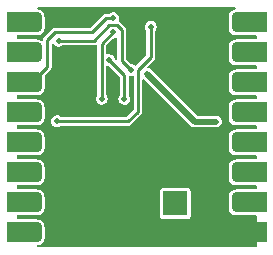
<source format=gbr>
%TF.GenerationSoftware,KiCad,Pcbnew,7.0.2-0*%
%TF.CreationDate,2023-05-31T14:29:30-07:00*%
%TF.ProjectId,SolaraCell,536f6c61-7261-4436-956c-6c2e6b696361,rev?*%
%TF.SameCoordinates,Original*%
%TF.FileFunction,Copper,L2,Bot*%
%TF.FilePolarity,Positive*%
%FSLAX46Y46*%
G04 Gerber Fmt 4.6, Leading zero omitted, Abs format (unit mm)*
G04 Created by KiCad (PCBNEW 7.0.2-0) date 2023-05-31 14:29:30*
%MOMM*%
%LPD*%
G01*
G04 APERTURE LIST*
G04 Aperture macros list*
%AMFreePoly0*
4,1,15,-0.850000,0.850000,0.850000,0.850000,0.850000,-0.425000,0.829199,-0.556332,0.768832,-0.674809,0.674809,-0.768832,0.556332,-0.829199,0.425000,-0.850000,-0.425000,-0.850000,-0.556332,-0.829199,-0.674809,-0.768832,-0.768832,-0.674809,-0.829199,-0.556332,-0.850000,-0.425000,-0.850000,0.850000,-0.850000,0.850000,$1*%
G04 Aperture macros list end*
%TA.AperFunction,ComponentPad*%
%ADD10R,1.700000X1.700000*%
%TD*%
%TA.AperFunction,ComponentPad*%
%ADD11FreePoly0,270.000000*%
%TD*%
%TA.AperFunction,ComponentPad*%
%ADD12FreePoly0,90.000000*%
%TD*%
%TA.AperFunction,ComponentPad*%
%ADD13R,2.100000X2.100000*%
%TD*%
%TA.AperFunction,ComponentPad*%
%ADD14C,2.100000*%
%TD*%
%TA.AperFunction,ViaPad*%
%ADD15C,0.500000*%
%TD*%
%TA.AperFunction,Conductor*%
%ADD16C,0.500000*%
%TD*%
%TA.AperFunction,Conductor*%
%ADD17C,0.250000*%
%TD*%
G04 APERTURE END LIST*
D10*
%TO.P,REF\u002A\u002A,1*%
%TO.N,N/C*%
X139700000Y-68580000D03*
D11*
X138430000Y-68580000D03*
%TD*%
D10*
%TO.P,REF\u002A\u002A,1*%
%TO.N,N/C*%
X139700000Y-76200000D03*
D11*
X138430000Y-76200000D03*
%TD*%
D10*
%TO.P,REF\u002A\u002A,1*%
%TO.N,N/C*%
X119380000Y-78740000D03*
D12*
X120650000Y-78740000D03*
%TD*%
D10*
%TO.P,REF\u002A\u002A,1*%
%TO.N,N/C*%
X119380000Y-76200000D03*
D12*
X120650000Y-76200000D03*
%TD*%
D10*
%TO.P,J6,1,Pin_1*%
%TO.N,GND*%
X139700000Y-78740000D03*
D11*
X138430000Y-78740000D03*
%TD*%
D10*
%TO.P,REF\u002A\u002A,1*%
%TO.N,N/C*%
X119380000Y-73660000D03*
D12*
X120650000Y-73660000D03*
%TD*%
D10*
%TO.P,J7,1,Pin_1*%
%TO.N,BQ_OUT*%
X119380000Y-66040000D03*
D12*
X120650000Y-66040000D03*
%TD*%
D10*
%TO.P,REF\u002A\u002A,1*%
%TO.N,N/C*%
X139700000Y-66040000D03*
D11*
X138430000Y-66040000D03*
%TD*%
D13*
%TO.P,J1,1,Pin_1*%
%TO.N,/SOLAR+*%
X132811970Y-76285747D03*
D14*
%TO.P,J1,2,Pin_2*%
%TO.N,GND*%
X135351970Y-76285747D03*
%TD*%
D10*
%TO.P,REF\u002A\u002A,1*%
%TO.N,N/C*%
X139700000Y-71120000D03*
D11*
X138430000Y-71120000D03*
%TD*%
D10*
%TO.P,J14,1,Pin_1*%
%TO.N,/CE*%
X119380000Y-60960000D03*
D12*
X120650000Y-60960000D03*
%TD*%
D10*
%TO.P,J3,1,Pin_1*%
%TO.N,/SOLAR+*%
X139700000Y-73660000D03*
D11*
X138430000Y-73660000D03*
%TD*%
D10*
%TO.P,REF\u002A\u002A,1*%
%TO.N,N/C*%
X119380000Y-63500000D03*
D12*
X120650000Y-63500000D03*
%TD*%
D10*
%TO.P,REF\u002A\u002A,1*%
%TO.N,N/C*%
X139700000Y-63500000D03*
D11*
X138430000Y-63500000D03*
%TD*%
D10*
%TO.P,J4,1,Pin_1*%
%TO.N,VLIPO*%
X119380000Y-68580000D03*
D12*
X120650000Y-68580000D03*
%TD*%
D10*
%TO.P,REF\u002A\u002A,1*%
%TO.N,N/C*%
X119380000Y-71120000D03*
D12*
X120650000Y-71120000D03*
%TD*%
D10*
%TO.P,J5,1,Pin_1*%
%TO.N,/THERM*%
X139700000Y-60960000D03*
D11*
X138430000Y-60960000D03*
%TD*%
D15*
%TO.N,GND*%
X123952000Y-70637400D03*
%TO.N,VBUS*%
X130403600Y-65303400D03*
X136255278Y-69347487D03*
%TO.N,GND*%
X129263204Y-63141796D03*
X136398000Y-60555500D03*
X122936000Y-60682500D03*
X127228600Y-63119000D03*
%TO.N,VLIPO*%
X122809065Y-69333653D03*
X130730759Y-61338592D03*
%TO.N,Net-(D2-K)*%
X128511986Y-67433653D03*
X127203200Y-64135000D03*
%TO.N,Net-(D3-K)*%
X127533400Y-61798200D03*
X126581534Y-67424529D03*
%TO.N,BQ_OUT*%
X127558800Y-60604400D03*
%TO.N,Net-(U1-ILIM)*%
X122936000Y-62507500D03*
X129082800Y-64998600D03*
%TD*%
D16*
%TO.N,VBUS*%
X134447687Y-69347487D02*
X130403600Y-65303400D01*
X136255278Y-69347487D02*
X134447687Y-69347487D01*
D17*
%TO.N,VLIPO*%
X128837147Y-69333653D02*
X122809065Y-69333653D01*
X129667000Y-64947800D02*
X129667000Y-68503800D01*
X130730759Y-63884041D02*
X129667000Y-64947800D01*
X129667000Y-68503800D02*
X128837147Y-69333653D01*
X130730759Y-61338592D02*
X130730759Y-63884041D01*
%TO.N,Net-(D2-K)*%
X128511986Y-65443786D02*
X127203200Y-64135000D01*
X128511986Y-67433653D02*
X128511986Y-65443786D01*
%TO.N,Net-(D3-K)*%
X126581534Y-62750066D02*
X127533400Y-61798200D01*
X126581534Y-67424529D02*
X126581534Y-62750066D01*
%TO.N,BQ_OUT*%
X121970800Y-62458600D02*
X122656600Y-61772800D01*
X126974600Y-60604400D02*
X127558800Y-60604400D01*
X121970800Y-64719200D02*
X121970800Y-62458600D01*
X125806200Y-61772800D02*
X126974600Y-60604400D01*
X120650000Y-66040000D02*
X121970800Y-64719200D01*
X122656600Y-61772800D02*
X125806200Y-61772800D01*
%TO.N,Net-(U1-ILIM)*%
X122936000Y-62507500D02*
X125909700Y-62507500D01*
X127863600Y-61214000D02*
X128270000Y-61620400D01*
X125909700Y-62507500D02*
X127203200Y-61214000D01*
X127203200Y-61214000D02*
X127863600Y-61214000D01*
X128270000Y-64185800D02*
X129082800Y-64998600D01*
X128270000Y-61620400D02*
X128270000Y-64185800D01*
%TD*%
%TA.AperFunction,Conductor*%
%TO.N,GND*%
G36*
X137958069Y-59710737D02*
G01*
X137987654Y-59761979D01*
X137977379Y-59820250D01*
X137932053Y-59858283D01*
X137910297Y-59863144D01*
X137898309Y-59864234D01*
X137882341Y-59865685D01*
X137725729Y-59914487D01*
X137585349Y-59999349D01*
X137469349Y-60115349D01*
X137384487Y-60255729D01*
X137335685Y-60412341D01*
X137335684Y-60412343D01*
X137335685Y-60412343D01*
X137329500Y-60480406D01*
X137329500Y-61439594D01*
X137329676Y-61441541D01*
X137329677Y-61441542D01*
X137335685Y-61507658D01*
X137384487Y-61664270D01*
X137469349Y-61804650D01*
X137585349Y-61920650D01*
X137725729Y-62005512D01*
X137796623Y-62027603D01*
X137882343Y-62054315D01*
X137950406Y-62060500D01*
X138825326Y-62060500D01*
X139613000Y-62060500D01*
X139668601Y-62080737D01*
X139698186Y-62131979D01*
X139699500Y-62147000D01*
X139699500Y-62313000D01*
X139679263Y-62368601D01*
X139628021Y-62398186D01*
X139613000Y-62399500D01*
X139304674Y-62399500D01*
X137950406Y-62399500D01*
X137948459Y-62399676D01*
X137948457Y-62399677D01*
X137882341Y-62405685D01*
X137725729Y-62454487D01*
X137585349Y-62539349D01*
X137469349Y-62655349D01*
X137384487Y-62795729D01*
X137335685Y-62952341D01*
X137335684Y-62952343D01*
X137335685Y-62952343D01*
X137329500Y-63020406D01*
X137329500Y-63979594D01*
X137329676Y-63981541D01*
X137329677Y-63981542D01*
X137335685Y-64047658D01*
X137384487Y-64204270D01*
X137469349Y-64344650D01*
X137585349Y-64460650D01*
X137725729Y-64545512D01*
X137783975Y-64563662D01*
X137882343Y-64594315D01*
X137950406Y-64600500D01*
X138825326Y-64600500D01*
X139613000Y-64600500D01*
X139668601Y-64620737D01*
X139698186Y-64671979D01*
X139699500Y-64687000D01*
X139699500Y-64853000D01*
X139679263Y-64908601D01*
X139628021Y-64938186D01*
X139613000Y-64939500D01*
X139304674Y-64939500D01*
X137950406Y-64939500D01*
X137948459Y-64939676D01*
X137948457Y-64939677D01*
X137882341Y-64945685D01*
X137725729Y-64994487D01*
X137585349Y-65079349D01*
X137469349Y-65195349D01*
X137384487Y-65335729D01*
X137335685Y-65492341D01*
X137335684Y-65492343D01*
X137335685Y-65492343D01*
X137329500Y-65560406D01*
X137329500Y-66519594D01*
X137329676Y-66521541D01*
X137329677Y-66521542D01*
X137335685Y-66587658D01*
X137384487Y-66744270D01*
X137469349Y-66884650D01*
X137585349Y-67000650D01*
X137725729Y-67085512D01*
X137796623Y-67107603D01*
X137882343Y-67134315D01*
X137950406Y-67140500D01*
X138825326Y-67140500D01*
X139613000Y-67140500D01*
X139668601Y-67160737D01*
X139698186Y-67211979D01*
X139699500Y-67227000D01*
X139699500Y-67393000D01*
X139679263Y-67448601D01*
X139628021Y-67478186D01*
X139613000Y-67479500D01*
X139304674Y-67479500D01*
X137950406Y-67479500D01*
X137948459Y-67479676D01*
X137948457Y-67479677D01*
X137882341Y-67485685D01*
X137725729Y-67534487D01*
X137585349Y-67619349D01*
X137469349Y-67735349D01*
X137384487Y-67875729D01*
X137335685Y-68032341D01*
X137335684Y-68032343D01*
X137335685Y-68032343D01*
X137329500Y-68100406D01*
X137329500Y-69059594D01*
X137329676Y-69061541D01*
X137329677Y-69061542D01*
X137335685Y-69127658D01*
X137384487Y-69284270D01*
X137469349Y-69424650D01*
X137585349Y-69540650D01*
X137725729Y-69625512D01*
X137783484Y-69643509D01*
X137882343Y-69674315D01*
X137950406Y-69680500D01*
X138825326Y-69680500D01*
X139613000Y-69680500D01*
X139668601Y-69700737D01*
X139698186Y-69751979D01*
X139699500Y-69767000D01*
X139699500Y-69933000D01*
X139679263Y-69988601D01*
X139628021Y-70018186D01*
X139613000Y-70019500D01*
X139304674Y-70019500D01*
X137950406Y-70019500D01*
X137948459Y-70019676D01*
X137948457Y-70019677D01*
X137882341Y-70025685D01*
X137725729Y-70074487D01*
X137585349Y-70159349D01*
X137469349Y-70275349D01*
X137384487Y-70415729D01*
X137335685Y-70572341D01*
X137335684Y-70572343D01*
X137335685Y-70572343D01*
X137329500Y-70640406D01*
X137329500Y-71599594D01*
X137329676Y-71601541D01*
X137329677Y-71601542D01*
X137335685Y-71667658D01*
X137384487Y-71824270D01*
X137469349Y-71964650D01*
X137585349Y-72080650D01*
X137725729Y-72165512D01*
X137796623Y-72187603D01*
X137882343Y-72214315D01*
X137950406Y-72220500D01*
X138825326Y-72220500D01*
X139613000Y-72220500D01*
X139668601Y-72240737D01*
X139698186Y-72291979D01*
X139699500Y-72307000D01*
X139699500Y-72473000D01*
X139679263Y-72528601D01*
X139628021Y-72558186D01*
X139613000Y-72559500D01*
X139304674Y-72559500D01*
X137950406Y-72559500D01*
X137948459Y-72559676D01*
X137948457Y-72559677D01*
X137882341Y-72565685D01*
X137725729Y-72614487D01*
X137585349Y-72699349D01*
X137469349Y-72815349D01*
X137384487Y-72955729D01*
X137335685Y-73112341D01*
X137335684Y-73112343D01*
X137335685Y-73112343D01*
X137329500Y-73180406D01*
X137329500Y-74139594D01*
X137329676Y-74141541D01*
X137329677Y-74141542D01*
X137335685Y-74207658D01*
X137384487Y-74364270D01*
X137469349Y-74504650D01*
X137585349Y-74620650D01*
X137725729Y-74705512D01*
X137796623Y-74727603D01*
X137882343Y-74754315D01*
X137950406Y-74760500D01*
X138825326Y-74760500D01*
X139613000Y-74760500D01*
X139668601Y-74780737D01*
X139698186Y-74831979D01*
X139699500Y-74847000D01*
X139699500Y-75013000D01*
X139679263Y-75068601D01*
X139628021Y-75098186D01*
X139613000Y-75099500D01*
X139304674Y-75099500D01*
X137950406Y-75099500D01*
X137948459Y-75099676D01*
X137948457Y-75099677D01*
X137882341Y-75105685D01*
X137725729Y-75154487D01*
X137585349Y-75239349D01*
X137469349Y-75355349D01*
X137384487Y-75495729D01*
X137335685Y-75652341D01*
X137335684Y-75652343D01*
X137335685Y-75652343D01*
X137329500Y-75720406D01*
X137329500Y-76679594D01*
X137329676Y-76681541D01*
X137329677Y-76681542D01*
X137335685Y-76747658D01*
X137384487Y-76904270D01*
X137469349Y-77044650D01*
X137585349Y-77160650D01*
X137725729Y-77245512D01*
X137796623Y-77267603D01*
X137882343Y-77294315D01*
X137950406Y-77300500D01*
X138825326Y-77300500D01*
X139613000Y-77300500D01*
X139668601Y-77320737D01*
X139698186Y-77371979D01*
X139699500Y-77387000D01*
X139699500Y-79923000D01*
X139679263Y-79978601D01*
X139628021Y-80008186D01*
X139613000Y-80009500D01*
X121177532Y-80009500D01*
X121121931Y-79989263D01*
X121092346Y-79938021D01*
X121102621Y-79879750D01*
X121147947Y-79841717D01*
X121169702Y-79836855D01*
X121197657Y-79834315D01*
X121354270Y-79785512D01*
X121494653Y-79700648D01*
X121610648Y-79584653D01*
X121695512Y-79444270D01*
X121744315Y-79287657D01*
X121750500Y-79219594D01*
X121750500Y-78260406D01*
X121744315Y-78192343D01*
X121695512Y-78035730D01*
X121695512Y-78035729D01*
X121610650Y-77895349D01*
X121494650Y-77779349D01*
X121354270Y-77694487D01*
X121197658Y-77645685D01*
X121131542Y-77639677D01*
X121131541Y-77639676D01*
X121129594Y-77639500D01*
X121127638Y-77639500D01*
X119467000Y-77639500D01*
X119411399Y-77619263D01*
X119381814Y-77568021D01*
X119380500Y-77553000D01*
X119380500Y-77387000D01*
X119390174Y-77360421D01*
X131511470Y-77360421D01*
X131526004Y-77433487D01*
X131581369Y-77516348D01*
X131664230Y-77571713D01*
X131737296Y-77586247D01*
X131737297Y-77586247D01*
X133886643Y-77586247D01*
X133886644Y-77586247D01*
X133959710Y-77571713D01*
X134042571Y-77516348D01*
X134097936Y-77433487D01*
X134112470Y-77360421D01*
X134112470Y-75211073D01*
X134097936Y-75138007D01*
X134042571Y-75055146D01*
X133959710Y-74999781D01*
X133886644Y-74985247D01*
X131737296Y-74985247D01*
X131664230Y-74999781D01*
X131581369Y-75055146D01*
X131526004Y-75138007D01*
X131511470Y-75211073D01*
X131511470Y-77360421D01*
X119390174Y-77360421D01*
X119400737Y-77331399D01*
X119451979Y-77301814D01*
X119467000Y-77300500D01*
X121127638Y-77300500D01*
X121129594Y-77300500D01*
X121197657Y-77294315D01*
X121354270Y-77245512D01*
X121494653Y-77160648D01*
X121610648Y-77044653D01*
X121695512Y-76904270D01*
X121744315Y-76747657D01*
X121750500Y-76679594D01*
X121750500Y-75720406D01*
X121744315Y-75652343D01*
X121695512Y-75495730D01*
X121695512Y-75495729D01*
X121610650Y-75355349D01*
X121494650Y-75239349D01*
X121354270Y-75154487D01*
X121197658Y-75105685D01*
X121131542Y-75099677D01*
X121131541Y-75099676D01*
X121129594Y-75099500D01*
X121127638Y-75099500D01*
X119467000Y-75099500D01*
X119411399Y-75079263D01*
X119381814Y-75028021D01*
X119380500Y-75013000D01*
X119380500Y-74847000D01*
X119400737Y-74791399D01*
X119451979Y-74761814D01*
X119467000Y-74760500D01*
X121127638Y-74760500D01*
X121129594Y-74760500D01*
X121197657Y-74754315D01*
X121354270Y-74705512D01*
X121494653Y-74620648D01*
X121610648Y-74504653D01*
X121695512Y-74364270D01*
X121744315Y-74207657D01*
X121750500Y-74139594D01*
X121750500Y-73180406D01*
X121744315Y-73112343D01*
X121695512Y-72955730D01*
X121695512Y-72955729D01*
X121610650Y-72815349D01*
X121494650Y-72699349D01*
X121354270Y-72614487D01*
X121197658Y-72565685D01*
X121131542Y-72559677D01*
X121131541Y-72559676D01*
X121129594Y-72559500D01*
X121127638Y-72559500D01*
X119467000Y-72559500D01*
X119411399Y-72539263D01*
X119381814Y-72488021D01*
X119380500Y-72473000D01*
X119380500Y-72307000D01*
X119400737Y-72251399D01*
X119451979Y-72221814D01*
X119467000Y-72220500D01*
X121127638Y-72220500D01*
X121129594Y-72220500D01*
X121197657Y-72214315D01*
X121354270Y-72165512D01*
X121494653Y-72080648D01*
X121610648Y-71964653D01*
X121695512Y-71824270D01*
X121744315Y-71667657D01*
X121750500Y-71599594D01*
X121750500Y-70640406D01*
X121744315Y-70572343D01*
X121695512Y-70415730D01*
X121695512Y-70415729D01*
X121610650Y-70275349D01*
X121494650Y-70159349D01*
X121354270Y-70074487D01*
X121197658Y-70025685D01*
X121131542Y-70019677D01*
X121131541Y-70019676D01*
X121129594Y-70019500D01*
X121127638Y-70019500D01*
X119467000Y-70019500D01*
X119411399Y-69999263D01*
X119381814Y-69948021D01*
X119380500Y-69933000D01*
X119380500Y-69767000D01*
X119400737Y-69711399D01*
X119451979Y-69681814D01*
X119467000Y-69680500D01*
X121127638Y-69680500D01*
X121129594Y-69680500D01*
X121197657Y-69674315D01*
X121354270Y-69625512D01*
X121494653Y-69540648D01*
X121610648Y-69424653D01*
X121613797Y-69419445D01*
X121695512Y-69284270D01*
X121720204Y-69205030D01*
X121744315Y-69127657D01*
X121750500Y-69059594D01*
X121750500Y-68100406D01*
X121744315Y-68032343D01*
X121717603Y-67946623D01*
X121695512Y-67875729D01*
X121610650Y-67735349D01*
X121494650Y-67619349D01*
X121354270Y-67534487D01*
X121197658Y-67485685D01*
X121131542Y-67479677D01*
X121131541Y-67479676D01*
X121129594Y-67479500D01*
X121127638Y-67479500D01*
X119467000Y-67479500D01*
X119411399Y-67459263D01*
X119381814Y-67408021D01*
X119380500Y-67393000D01*
X119380500Y-67227000D01*
X119400737Y-67171399D01*
X119451979Y-67141814D01*
X119467000Y-67140500D01*
X121127638Y-67140500D01*
X121129594Y-67140500D01*
X121197657Y-67134315D01*
X121354270Y-67085512D01*
X121378936Y-67070601D01*
X121494650Y-67000650D01*
X121494650Y-67000649D01*
X121494653Y-67000648D01*
X121610648Y-66884653D01*
X121695512Y-66744270D01*
X121744315Y-66587657D01*
X121750500Y-66519594D01*
X121750500Y-65560406D01*
X121746679Y-65518367D01*
X121761800Y-65461166D01*
X121771653Y-65449382D01*
X122202442Y-65018593D01*
X122216292Y-65007347D01*
X122228636Y-64999284D01*
X122249504Y-64972472D01*
X122256597Y-64964439D01*
X122258319Y-64962718D01*
X122270864Y-64945145D01*
X122272976Y-64942314D01*
X122305609Y-64900389D01*
X122305610Y-64900385D01*
X122307843Y-64897517D01*
X122311770Y-64889889D01*
X122312808Y-64886401D01*
X122312810Y-64886399D01*
X122327983Y-64835430D01*
X122329028Y-64832169D01*
X122346300Y-64781860D01*
X122346300Y-64781857D01*
X122347478Y-64778426D01*
X122348718Y-64769914D01*
X122346374Y-64713234D01*
X122346300Y-64709659D01*
X122346300Y-62818690D01*
X122366537Y-62763089D01*
X122417779Y-62733504D01*
X122476050Y-62743779D01*
X122501778Y-62772081D01*
X122502479Y-62771474D01*
X122510622Y-62780872D01*
X122510623Y-62780873D01*
X122543391Y-62818690D01*
X122604872Y-62889643D01*
X122725947Y-62967453D01*
X122864038Y-63008000D01*
X122864039Y-63008000D01*
X123007962Y-63008000D01*
X123048509Y-62996094D01*
X123146053Y-62967453D01*
X123242294Y-62905603D01*
X123256098Y-62896732D01*
X123302863Y-62883000D01*
X125861785Y-62883000D01*
X125879536Y-62884841D01*
X125882150Y-62885388D01*
X125893968Y-62887867D01*
X125927686Y-62883664D01*
X125938386Y-62883000D01*
X125940812Y-62883000D01*
X125940814Y-62883000D01*
X125962102Y-62879447D01*
X125965599Y-62878937D01*
X126018326Y-62872366D01*
X126018328Y-62872364D01*
X126021928Y-62871916D01*
X126030112Y-62869294D01*
X126033305Y-62867565D01*
X126033310Y-62867565D01*
X126078366Y-62843181D01*
X126136895Y-62834516D01*
X126187303Y-62865501D01*
X126206034Y-62919256D01*
X126206034Y-67061331D01*
X126185797Y-67116932D01*
X126184907Y-67117976D01*
X126156156Y-67151156D01*
X126096369Y-67282070D01*
X126075887Y-67424529D01*
X126096369Y-67566987D01*
X126156156Y-67697901D01*
X126250406Y-67806672D01*
X126371481Y-67884482D01*
X126509572Y-67925029D01*
X126509573Y-67925029D01*
X126653496Y-67925029D01*
X126760513Y-67893606D01*
X126791587Y-67884482D01*
X126912662Y-67806672D01*
X127006911Y-67697902D01*
X127066699Y-67566986D01*
X127087181Y-67424529D01*
X127066699Y-67282072D01*
X127006911Y-67151156D01*
X126997523Y-67140322D01*
X126978161Y-67117976D01*
X126957045Y-67062702D01*
X126957034Y-67061331D01*
X126957034Y-64699899D01*
X126977271Y-64644298D01*
X127028513Y-64614713D01*
X127067902Y-64616902D01*
X127131239Y-64635500D01*
X127136833Y-64635500D01*
X127192434Y-64655737D01*
X127197998Y-64660834D01*
X128111151Y-65573988D01*
X128136157Y-65627613D01*
X128136486Y-65635152D01*
X128136486Y-67070455D01*
X128116249Y-67126056D01*
X128115359Y-67127100D01*
X128086608Y-67160280D01*
X128026821Y-67291194D01*
X128006339Y-67433652D01*
X128026821Y-67576111D01*
X128086608Y-67707025D01*
X128180858Y-67815796D01*
X128301933Y-67893606D01*
X128440024Y-67934153D01*
X128440025Y-67934153D01*
X128583948Y-67934153D01*
X128652993Y-67913879D01*
X128722039Y-67893606D01*
X128843114Y-67815796D01*
X128937363Y-67707026D01*
X128997151Y-67576110D01*
X129017633Y-67433653D01*
X128997151Y-67291196D01*
X128937363Y-67160280D01*
X128908613Y-67127100D01*
X128887497Y-67071826D01*
X128887486Y-67070455D01*
X128887486Y-65578430D01*
X128907723Y-65522829D01*
X128958965Y-65493244D01*
X128998357Y-65495434D01*
X129003642Y-65496986D01*
X129010838Y-65499100D01*
X129010839Y-65499100D01*
X129154760Y-65499100D01*
X129154761Y-65499100D01*
X129180630Y-65491504D01*
X129239680Y-65495256D01*
X129282503Y-65536088D01*
X129291500Y-65574500D01*
X129291500Y-68312431D01*
X129271263Y-68368032D01*
X129266165Y-68373596D01*
X128706944Y-68932818D01*
X128653318Y-68957824D01*
X128645779Y-68958153D01*
X123175928Y-68958153D01*
X123129163Y-68944421D01*
X123019119Y-68873700D01*
X122881027Y-68833153D01*
X122881026Y-68833153D01*
X122737104Y-68833153D01*
X122737103Y-68833153D01*
X122599012Y-68873699D01*
X122477937Y-68951509D01*
X122383687Y-69060280D01*
X122323900Y-69191194D01*
X122303418Y-69333652D01*
X122323900Y-69476111D01*
X122383687Y-69607025D01*
X122477937Y-69715796D01*
X122599012Y-69793606D01*
X122737103Y-69834153D01*
X122737104Y-69834153D01*
X122881027Y-69834153D01*
X122928543Y-69820201D01*
X123019118Y-69793606D01*
X123088242Y-69749183D01*
X123129163Y-69722885D01*
X123175928Y-69709153D01*
X128789232Y-69709153D01*
X128806983Y-69710994D01*
X128808915Y-69711399D01*
X128821415Y-69714020D01*
X128855133Y-69709817D01*
X128865833Y-69709153D01*
X128868259Y-69709153D01*
X128868261Y-69709153D01*
X128889549Y-69705600D01*
X128893046Y-69705090D01*
X128945773Y-69698519D01*
X128945775Y-69698517D01*
X128949375Y-69698069D01*
X128957560Y-69695447D01*
X128960753Y-69693718D01*
X128960757Y-69693718D01*
X129007487Y-69668428D01*
X129010609Y-69666821D01*
X129058358Y-69643479D01*
X129058357Y-69643479D01*
X129061625Y-69641882D01*
X129068507Y-69636750D01*
X129070971Y-69634072D01*
X129070973Y-69634072D01*
X129106961Y-69594977D01*
X129109390Y-69592445D01*
X129898642Y-68803193D01*
X129912492Y-68791947D01*
X129924836Y-68783884D01*
X129945704Y-68757072D01*
X129952797Y-68749039D01*
X129954519Y-68747318D01*
X129967064Y-68729745D01*
X129969176Y-68726914D01*
X130001809Y-68684989D01*
X130001810Y-68684985D01*
X130004043Y-68682117D01*
X130007970Y-68674489D01*
X130009008Y-68671001D01*
X130009010Y-68670999D01*
X130024183Y-68620030D01*
X130025228Y-68616769D01*
X130042500Y-68566460D01*
X130042500Y-68566457D01*
X130043678Y-68563026D01*
X130044918Y-68554514D01*
X130042574Y-68497834D01*
X130042500Y-68494259D01*
X130042500Y-65858943D01*
X130062737Y-65803342D01*
X130113979Y-65773757D01*
X130172250Y-65784032D01*
X130190160Y-65797774D01*
X132127733Y-67735347D01*
X134049154Y-69656768D01*
X134060757Y-69671167D01*
X134062779Y-69674314D01*
X134065544Y-69678615D01*
X134069236Y-69681814D01*
X134104082Y-69712008D01*
X134108602Y-69716216D01*
X134119098Y-69726712D01*
X134130973Y-69735601D01*
X134135773Y-69739468D01*
X134174314Y-69772864D01*
X134182365Y-69776540D01*
X134198268Y-69785977D01*
X134205356Y-69791283D01*
X134253131Y-69809102D01*
X134258837Y-69811465D01*
X134277967Y-69820201D01*
X134305230Y-69832652D01*
X134313992Y-69833911D01*
X134331905Y-69838482D01*
X134340204Y-69841578D01*
X134391078Y-69845216D01*
X134397211Y-69845876D01*
X134411888Y-69847987D01*
X134426713Y-69847987D01*
X134432883Y-69848206D01*
X134483760Y-69851846D01*
X134492412Y-69849963D01*
X134510798Y-69847987D01*
X136327238Y-69847987D01*
X136327239Y-69847987D01*
X136356000Y-69839541D01*
X136368054Y-69836919D01*
X136397735Y-69832652D01*
X136425007Y-69820196D01*
X136436560Y-69815887D01*
X136465331Y-69807440D01*
X136490569Y-69791220D01*
X136501371Y-69785321D01*
X136528651Y-69772864D01*
X136551313Y-69753226D01*
X136561168Y-69745848D01*
X136586406Y-69729630D01*
X136606039Y-69706971D01*
X136614764Y-69698247D01*
X136637421Y-69678615D01*
X136653639Y-69653377D01*
X136661017Y-69643522D01*
X136680655Y-69620860D01*
X136693112Y-69593580D01*
X136699011Y-69582778D01*
X136715231Y-69557540D01*
X136723678Y-69528769D01*
X136727985Y-69517220D01*
X136740443Y-69489944D01*
X136744710Y-69460259D01*
X136747327Y-69448223D01*
X136755778Y-69419448D01*
X136755778Y-69389473D01*
X136756658Y-69377164D01*
X136760925Y-69347487D01*
X136756658Y-69317807D01*
X136755778Y-69305499D01*
X136755778Y-69275526D01*
X136747332Y-69246763D01*
X136744708Y-69234700D01*
X136740443Y-69205030D01*
X136727988Y-69177758D01*
X136723677Y-69166200D01*
X136715231Y-69137434D01*
X136699019Y-69112208D01*
X136693106Y-69101378D01*
X136680655Y-69074114D01*
X136661023Y-69051458D01*
X136653627Y-69041577D01*
X136637421Y-69016359D01*
X136614763Y-68996725D01*
X136606039Y-68988001D01*
X136586405Y-68965343D01*
X136561182Y-68949133D01*
X136551303Y-68941738D01*
X136528649Y-68922108D01*
X136501383Y-68909656D01*
X136490555Y-68903744D01*
X136465331Y-68887534D01*
X136436560Y-68879086D01*
X136425009Y-68874777D01*
X136397735Y-68862322D01*
X136397733Y-68862321D01*
X136397732Y-68862321D01*
X136368059Y-68858054D01*
X136356007Y-68855432D01*
X136327241Y-68846987D01*
X136327239Y-68846987D01*
X136291077Y-68846987D01*
X134690831Y-68846987D01*
X134635230Y-68826750D01*
X134629666Y-68821652D01*
X130772328Y-64964314D01*
X130768121Y-64959795D01*
X130755895Y-64945685D01*
X130734728Y-64921257D01*
X130734727Y-64921256D01*
X130691827Y-64893686D01*
X130686755Y-64890164D01*
X130645930Y-64859602D01*
X130637631Y-64856507D01*
X130621097Y-64848231D01*
X130613650Y-64843445D01*
X130564724Y-64829080D01*
X130558864Y-64827130D01*
X130510057Y-64808926D01*
X130465034Y-64770534D01*
X130455222Y-64712184D01*
X130479120Y-64666716D01*
X130962402Y-64183433D01*
X130976250Y-64172189D01*
X130988595Y-64164125D01*
X131009463Y-64137313D01*
X131016556Y-64129280D01*
X131018278Y-64127559D01*
X131030823Y-64109986D01*
X131032935Y-64107155D01*
X131034344Y-64105345D01*
X131065568Y-64065230D01*
X131065569Y-64065226D01*
X131067802Y-64062358D01*
X131071729Y-64054730D01*
X131072767Y-64051242D01*
X131072769Y-64051240D01*
X131087942Y-64000271D01*
X131088987Y-63997010D01*
X131106259Y-63946701D01*
X131106259Y-63946698D01*
X131107437Y-63943267D01*
X131108677Y-63934756D01*
X131108527Y-63931130D01*
X131106330Y-63878024D01*
X131106258Y-63874548D01*
X131106258Y-61701788D01*
X131126495Y-61646188D01*
X131127357Y-61645176D01*
X131156136Y-61611965D01*
X131215924Y-61481049D01*
X131236406Y-61338592D01*
X131215924Y-61196135D01*
X131156136Y-61065219D01*
X131061887Y-60956449D01*
X131061886Y-60956448D01*
X130940811Y-60878638D01*
X130802721Y-60838092D01*
X130802720Y-60838092D01*
X130658798Y-60838092D01*
X130658797Y-60838092D01*
X130520706Y-60878638D01*
X130399631Y-60956448D01*
X130305381Y-61065219D01*
X130245594Y-61196133D01*
X130225112Y-61338591D01*
X130245594Y-61481050D01*
X130305382Y-61611967D01*
X130334130Y-61645144D01*
X130355247Y-61700417D01*
X130355258Y-61701789D01*
X130355258Y-63692672D01*
X130335021Y-63748273D01*
X130329923Y-63753837D01*
X129495710Y-64588050D01*
X129442084Y-64613056D01*
X129387781Y-64599653D01*
X129292853Y-64538647D01*
X129223807Y-64518373D01*
X129154762Y-64498100D01*
X129154761Y-64498100D01*
X129149167Y-64498100D01*
X129093566Y-64477863D01*
X129088002Y-64472765D01*
X128670834Y-64055597D01*
X128645828Y-64001971D01*
X128645499Y-63994432D01*
X128645499Y-62865501D01*
X128645499Y-61668303D01*
X128647340Y-61650565D01*
X128650367Y-61636131D01*
X128646164Y-61602413D01*
X128645500Y-61591714D01*
X128645500Y-61589287D01*
X128641950Y-61568017D01*
X128641434Y-61564476D01*
X128634865Y-61511774D01*
X128634864Y-61511773D01*
X128634415Y-61508166D01*
X128631794Y-61499986D01*
X128630065Y-61496791D01*
X128630065Y-61496790D01*
X128604784Y-61450075D01*
X128603176Y-61446952D01*
X128579826Y-61399188D01*
X128579824Y-61399186D01*
X128578233Y-61395931D01*
X128573089Y-61389031D01*
X128531362Y-61350619D01*
X128528782Y-61348144D01*
X128162996Y-60982358D01*
X128151746Y-60968504D01*
X128143870Y-60956449D01*
X128143684Y-60956164D01*
X128116877Y-60935299D01*
X128108842Y-60928204D01*
X128107117Y-60926479D01*
X128102962Y-60923513D01*
X128089535Y-60913927D01*
X128086708Y-60911818D01*
X128053550Y-60886010D01*
X128022104Y-60835890D01*
X128027998Y-60781817D01*
X128043965Y-60746857D01*
X128064447Y-60604400D01*
X128043965Y-60461943D01*
X127984177Y-60331027D01*
X127889928Y-60222257D01*
X127889927Y-60222256D01*
X127768852Y-60144446D01*
X127630762Y-60103900D01*
X127630761Y-60103900D01*
X127486839Y-60103900D01*
X127486838Y-60103900D01*
X127348745Y-60144447D01*
X127238702Y-60215168D01*
X127191937Y-60228900D01*
X127022515Y-60228900D01*
X127004764Y-60227059D01*
X126990332Y-60224033D01*
X126956613Y-60228236D01*
X126945914Y-60228900D01*
X126943484Y-60228900D01*
X126922215Y-60232448D01*
X126918683Y-60232963D01*
X126862387Y-60239981D01*
X126854174Y-60242612D01*
X126804295Y-60269604D01*
X126801131Y-60271232D01*
X126753389Y-60294574D01*
X126750139Y-60296163D01*
X126743225Y-60301318D01*
X126704809Y-60343048D01*
X126702335Y-60345626D01*
X125675997Y-61371965D01*
X125622371Y-61396971D01*
X125614832Y-61397300D01*
X122704515Y-61397300D01*
X122686764Y-61395459D01*
X122672332Y-61392433D01*
X122638613Y-61396636D01*
X122627914Y-61397300D01*
X122625484Y-61397300D01*
X122604215Y-61400848D01*
X122600683Y-61401363D01*
X122544387Y-61408381D01*
X122536174Y-61411012D01*
X122486295Y-61438004D01*
X122483131Y-61439632D01*
X122435389Y-61462974D01*
X122432139Y-61464563D01*
X122425225Y-61469718D01*
X122386809Y-61511448D01*
X122384335Y-61514026D01*
X121739156Y-62159204D01*
X121725307Y-62170451D01*
X121712962Y-62178517D01*
X121692089Y-62205333D01*
X121685005Y-62213357D01*
X121683278Y-62215084D01*
X121670741Y-62232642D01*
X121668608Y-62235503D01*
X121633766Y-62280269D01*
X121629821Y-62287932D01*
X121613636Y-62342295D01*
X121612547Y-62345695D01*
X121594128Y-62399353D01*
X121592882Y-62407901D01*
X121594322Y-62442706D01*
X121576399Y-62499096D01*
X121526423Y-62530773D01*
X121467778Y-62522914D01*
X121463147Y-62520305D01*
X121354270Y-62454487D01*
X121197658Y-62405685D01*
X121131542Y-62399677D01*
X121131541Y-62399676D01*
X121129594Y-62399500D01*
X121127638Y-62399500D01*
X119467000Y-62399500D01*
X119411399Y-62379263D01*
X119381814Y-62328021D01*
X119380500Y-62313000D01*
X119380500Y-62147000D01*
X119400737Y-62091399D01*
X119451979Y-62061814D01*
X119467000Y-62060500D01*
X121127638Y-62060500D01*
X121129594Y-62060500D01*
X121197657Y-62054315D01*
X121354270Y-62005512D01*
X121494653Y-61920648D01*
X121610648Y-61804653D01*
X121695512Y-61664270D01*
X121744315Y-61507657D01*
X121750500Y-61439594D01*
X121750500Y-60480406D01*
X121744315Y-60412343D01*
X121708112Y-60296163D01*
X121695512Y-60255729D01*
X121610650Y-60115349D01*
X121494650Y-59999349D01*
X121354270Y-59914487D01*
X121197658Y-59865685D01*
X121186481Y-59864669D01*
X121169703Y-59863144D01*
X121116162Y-59837959D01*
X121091336Y-59784249D01*
X121106842Y-59727148D01*
X121155425Y-59693373D01*
X121177532Y-59690500D01*
X137902468Y-59690500D01*
X137958069Y-59710737D01*
G37*
%TD.AperFunction*%
%TA.AperFunction,Conductor*%
G36*
X127871541Y-62260801D02*
G01*
X127894402Y-62315376D01*
X127894500Y-62319493D01*
X127894500Y-64086432D01*
X127874263Y-64142033D01*
X127823021Y-64171618D01*
X127764750Y-64161343D01*
X127746835Y-64147597D01*
X127724940Y-64125702D01*
X127700485Y-64076847D01*
X127688365Y-63992543D01*
X127628577Y-63861627D01*
X127534328Y-63752857D01*
X127534327Y-63752856D01*
X127413252Y-63675046D01*
X127275162Y-63634500D01*
X127275161Y-63634500D01*
X127131239Y-63634500D01*
X127131237Y-63634500D01*
X127067903Y-63653096D01*
X127008853Y-63649343D01*
X126966030Y-63608511D01*
X126957034Y-63570100D01*
X126957034Y-62941433D01*
X126977271Y-62885832D01*
X126982369Y-62880268D01*
X127538603Y-62324035D01*
X127592229Y-62299029D01*
X127599768Y-62298700D01*
X127605362Y-62298700D01*
X127652254Y-62284931D01*
X127743453Y-62258153D01*
X127761236Y-62246724D01*
X127818949Y-62233689D01*
X127871541Y-62260801D01*
G37*
%TD.AperFunction*%
%TD*%
M02*

</source>
